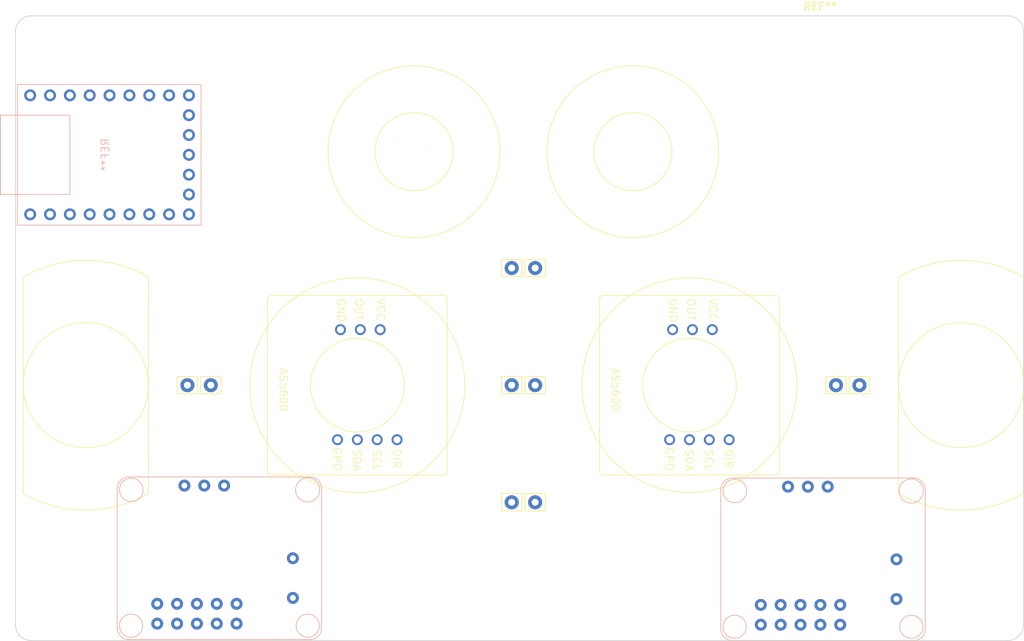
<source format=kicad_pcb>
(kicad_pcb (version 20221018) (generator pcbnew)
  (layers (0 "F.Cu" signal) (31 "B.Cu" signal) (34 "B.Paste" user) (35 "F.Paste" user) (36 "B.SilkS" user "B.Silkscreen") (37 "F.SilkS" user "F.Silkscreen") (38 "B.Mask" user) (39 "F.Mask" user) (44 "Edge.Cuts" user))
  (net 0 "")
  (footprint "MechanicalParts:flange-4mm-rod" (layer "F.Cu") (at 100.784 68.21)
    (fp_text reference "REF**" (at 0 -0.5 unlocked) (layer "F.SilkS") (effects (font (thickness 0.1))))
    (fp_text value "flange-4mm-rod")
    (fp_circle (center 0 0) (end 2 0) (stroke (width 0.1)) (fill none) (layer "F.SilkS"))
    (fp_circle (center 0 0) (end 5 0) (stroke (width 0.1)) (fill none) (layer "F.SilkS"))
    (fp_circle (center 0 0) (end 11 0) (stroke (width 0.1)) (fill none) (layer "F.SilkS"))
    (pad "" np_thru_hole circle (at -8 0) (size 3.1 3.1) (drill 3.1) (layers "F&B.Cu" "*.Mask"))
    (pad "" np_thru_hole circle (at 0 -8) (size 3.1 3.1) (drill 3.1) (layers "F&B.Cu" "*.Mask"))
    (pad "" np_thru_hole circle (at 0 0) (size 4.2 4.2) (drill 4.2) (layers "F&B.Cu" "*.Mask"))
    (pad "" np_thru_hole circle (at 0 8) (size 3.1 3.1) (drill 3.1) (layers "F&B.Cu" "*.Mask"))
    (pad "" np_thru_hole circle (at 8 0) (size 3.1 3.1) (drill 3.1) (layers "F&B.Cu" "*.Mask"))
  )
  (footprint "MountingHole:MountingHole_3.2mm_M3" (layer "F.Cu") (at 120.784 122.81)
    (fp_text reference "REF**" hide)
    (fp_text value "MountingHole_3.2mm_M3" hide)
    (pad "" np_thru_hole circle (at 0 0) (size 3.2 3.2) (drill 3.2) (layers "*.Cu" "*.Mask"))
  )
  (footprint "Connector_Pin:Pin_D0.9mm_L10.0mm_W2.4mm_FlatFork" (layer "F.Cu") (at 113.284 83.11)
    (fp_text reference "REF**" hide)
    (fp_text value "Pin_D0.9mm_L10.0mm_W2.4mm_FlatFork" hide)
    (fp_line (start -1.3 -1.1) (end -1.3 0.6) (stroke (width 0.12)) (layer "F.SilkS"))
    (fp_line (start -1.3 0.6) (end -1.3 1.1) (stroke (width 0.12)) (layer "F.SilkS"))
    (fp_line (start -1.3 1.1) (end 1.3 1.1) (stroke (width 0.12)) (layer "F.SilkS"))
    (fp_line (start 1.3 -1.1) (end -1.3 -1.1) (stroke (width 0.12)) (layer "F.SilkS"))
    (fp_line (start 1.3 1.1) (end 1.3 -1.1) (stroke (width 0.12)) (layer "F.SilkS"))
    (pad "1" thru_hole circle (at 0 0) (size 1.8 1.8) (drill 0.9) (layers "*.Cu" "*.Mask"))
  )
  (footprint "Connector_Pin:Pin_D0.9mm_L10.0mm_W2.4mm_FlatFork" (layer "F.Cu") (at 116.284 113.11)
    (fp_text reference "REF**" hide)
    (fp_text value "Pin_D0.9mm_L10.0mm_W2.4mm_FlatFork" hide)
    (fp_line (start -1.3 -1.1) (end -1.3 0.6) (stroke (width 0.12)) (layer "F.SilkS"))
    (fp_line (start -1.3 0.6) (end -1.3 1.1) (stroke (width 0.12)) (layer "F.SilkS"))
    (fp_line (start -1.3 1.1) (end 1.3 1.1) (stroke (width 0.12)) (layer "F.SilkS"))
    (fp_line (start 1.3 -1.1) (end -1.3 -1.1) (stroke (width 0.12)) (layer "F.SilkS"))
    (fp_line (start 1.3 1.1) (end 1.3 -1.1) (stroke (width 0.12)) (layer "F.SilkS"))
    (pad "1" thru_hole circle (at 0 0) (size 1.8 1.8) (drill 0.9) (layers "*.Cu" "*.Mask"))
  )
  (footprint "MechanicalParts:MY-2813C" (layer "F.Cu") (at 136.034 98.11)
    (fp_text reference "REF**" (at 0 -0.5 unlocked) (layer "F.SilkS") (effects (font (thickness 0.1))))
    (fp_text value "MY-2813C")
    (fp_circle (center 0 0) (end 6 0) (stroke (width 0.1)) (fill none) (layer "F.SilkS"))
    (fp_circle (center 0 0) (end 13.75 0) (stroke (width 0.1)) (fill none) (layer "F.SilkS"))
    (pad "" np_thru_hole circle (at -8 0) (size 2.1 2.1) (drill 2.1) (layers "F&B.Cu" "*.Mask"))
    (pad "" np_thru_hole circle (at 0 0) (size 11 11) (drill 11) (layers "F&B.Cu" "*.Mask"))
    (pad "" np_thru_hole circle (at 8 0) (size 2.1 2.1) (drill 2.1) (layers "F&B.Cu" "*.Mask"))
  )
  (footprint "Connector_Pin:Pin_D0.9mm_L10.0mm_W2.4mm_FlatFork" (layer "F.Cu") (at 154.784 98.11)
    (fp_text reference "REF**" hide)
    (fp_text value "Pin_D0.9mm_L10.0mm_W2.4mm_FlatFork" hide)
    (fp_line (start -1.3 -1.1) (end -1.3 0.6) (stroke (width 0.12)) (layer "F.SilkS"))
    (fp_line (start -1.3 0.6) (end -1.3 1.1) (stroke (width 0.12)) (layer "F.SilkS"))
    (fp_line (start -1.3 1.1) (end 1.3 1.1) (stroke (width 0.12)) (layer "F.SilkS"))
    (fp_line (start 1.3 -1.1) (end -1.3 -1.1) (stroke (width 0.12)) (layer "F.SilkS"))
    (fp_line (start 1.3 1.1) (end 1.3 -1.1) (stroke (width 0.12)) (layer "F.SilkS"))
    (pad "1" thru_hole circle (at 0 0) (size 1.8 1.8) (drill 0.9) (layers "*.Cu" "*.Mask"))
  )
  (footprint "MechanicalParts:flange-half-8mm" (layer "F.Cu") (at 170.784 98.11)
    (fp_text reference "REF**" (at 0 -0.5 unlocked) (layer "F.SilkS") (effects (font (thickness 0.1))))
    (fp_text value "flange-half-8mm")
    (fp_line (start -8 0) (end -8.007002 13.857299) (stroke (width 0.1)) (layer "F.SilkS"))
    (fp_line (start -8 0) (end -7.997827 -13.839911) (stroke (width 0.1)) (layer "F.SilkS"))
    (fp_line (start 8 0) (end 8.010503 -13.831944) (stroke (width 0.1)) (layer "F.SilkS"))
    (fp_line (start 8 0) (end 8.014004 13.849932) (stroke (width 0.1)) (layer "F.SilkS"))
    (fp_arc (start -7.997827 -13.839911) (mid 0.007481 -15.984628) (end 8.010778 -13.832419) (stroke (width 0.1)) (layer "F.SilkS"))
    (fp_arc (start 8.015442 13.852418) (mid 0.004875 16.004274) (end -8.007002 13.857298) (stroke (width 0.1)) (layer "F.SilkS"))
    (fp_circle (center 0 0) (end 8 0) (stroke (width 0.1)) (fill none) (layer "F.SilkS"))
    (pad "" np_thru_hole circle (at 0 -12) (size 3.1 3.1) (drill 3.1) (layers "F&B.Cu" "*.Mask"))
    (pad "" np_thru_hole circle (at 0 0) (size 8.2 8.2) (drill 8.2) (layers "F&B.Cu" "*.Mask"))
    (pad "" np_thru_hole circle (at 0 12) (size 3.1 3.1) (drill 3.1) (layers "F&B.Cu" "*.Mask"))
  )
  (footprint "Connector_Pin:Pin_D0.9mm_L10.0mm_W2.4mm_FlatFork" (layer "F.Cu") (at 71.784 98.11)
    (fp_text reference "REF**" hide)
    (fp_text value "Pin_D0.9mm_L10.0mm_W2.4mm_FlatFork" hide)
    (fp_line (start -1.3 -1.1) (end -1.3 0.6) (stroke (width 0.12)) (layer "F.SilkS"))
    (fp_line (start -1.3 0.6) (end -1.3 1.1) (stroke (width 0.12)) (layer "F.SilkS"))
    (fp_line (start -1.3 1.1) (end 1.3 1.1) (stroke (width 0.12)) (layer "F.SilkS"))
    (fp_line (start 1.3 -1.1) (end -1.3 -1.1) (stroke (width 0.12)) (layer "F.SilkS"))
    (fp_line (start 1.3 1.1) (end 1.3 -1.1) (stroke (width 0.12)) (layer "F.SilkS"))
    (pad "1" thru_hole circle (at 0 0) (size 1.8 1.8) (drill 0.9) (layers "*.Cu" "*.Mask"))
  )
  (footprint "Connector_Pin:Pin_D0.9mm_L10.0mm_W2.4mm_FlatFork" (layer "F.Cu") (at 116.284 83.11)
    (fp_text reference "REF**" hide)
    (fp_text value "Pin_D0.9mm_L10.0mm_W2.4mm_FlatFork" hide)
    (fp_line (start -1.3 -1.1) (end -1.3 0.6) (stroke (width 0.12)) (layer "F.SilkS"))
    (fp_line (start -1.3 0.6) (end -1.3 1.1) (stroke (width 0.12)) (layer "F.SilkS"))
    (fp_line (start -1.3 1.1) (end 1.3 1.1) (stroke (width 0.12)) (layer "F.SilkS"))
    (fp_line (start 1.3 -1.1) (end -1.3 -1.1) (stroke (width 0.12)) (layer "F.SilkS"))
    (fp_line (start 1.3 1.1) (end 1.3 -1.1) (stroke (width 0.12)) (layer "F.SilkS"))
    (pad "1" thru_hole circle (at 0 0) (size 1.8 1.8) (drill 0.9) (layers "*.Cu" "*.Mask"))
  )
  (footprint "MechanicalParts:flange-half-8mm" (layer "F.Cu") (at 58.784 98.11)
    (fp_text reference "REF**" (at 0 -0.5 unlocked) (layer "F.SilkS") (effects (font (thickness 0.1))))
    (fp_text value "flange-half-8mm")
    (fp_line (start -8 0) (end -8.007002 13.857299) (stroke (width 0.1)) (layer "F.SilkS"))
    (fp_line (start -8 0) (end -7.997827 -13.839911) (stroke (width 0.1)) (layer "F.SilkS"))
    (fp_line (start 8 0) (end 8.010503 -13.831944) (stroke (width 0.1)) (layer "F.SilkS"))
    (fp_line (start 8 0) (end 8.014004 13.849932) (stroke (width 0.1)) (layer "F.SilkS"))
    (fp_arc (start -7.997827 -13.839911) (mid 0.007481 -15.984628) (end 8.010778 -13.832419) (stroke (width 0.1)) (layer "F.SilkS"))
    (fp_arc (start 8.015442 13.852418) (mid 0.004875 16.004274) (end -8.007002 13.857298) (stroke (width 0.1)) (layer "F.SilkS"))
    (fp_circle (center 0 0) (end 8 0) (stroke (width 0.1)) (fill none) (layer "F.SilkS"))
    (pad "" np_thru_hole circle (at 0 -12) (size 3.1 3.1) (drill 3.1) (layers "F&B.Cu" "*.Mask"))
    (pad "" np_thru_hole circle (at 0 0) (size 8.2 8.2) (drill 8.2) (layers "F&B.Cu" "*.Mask"))
    (pad "" np_thru_hole circle (at 0 12) (size 3.1 3.1) (drill 3.1) (layers "F&B.Cu" "*.Mask"))
  )
  (footprint "Connector_Pin:Pin_D0.9mm_L10.0mm_W2.4mm_FlatFork" (layer "F.Cu") (at 113.284 98.11)
    (fp_text reference "REF**" hide)
    (fp_text value "Pin_D0.9mm_L10.0mm_W2.4mm_FlatFork" hide)
    (fp_line (start -1.3 -1.1) (end -1.3 0.6) (stroke (width 0.12)) (layer "F.SilkS"))
    (fp_line (start -1.3 0.6) (end -1.3 1.1) (stroke (width 0.12)) (layer "F.SilkS"))
    (fp_line (start -1.3 1.1) (end 1.3 1.1) (stroke (width 0.12)) (layer "F.SilkS"))
    (fp_line (start 1.3 -1.1) (end -1.3 -1.1) (stroke (width 0.12)) (layer "F.SilkS"))
    (fp_line (start 1.3 1.1) (end 1.3 -1.1) (stroke (width 0.12)) (layer "F.SilkS"))
    (pad "1" thru_hole circle (at 0 0) (size 1.8 1.8) (drill 0.9) (layers "*.Cu" "*.Mask"))
  )
  (footprint "MechanicalParts:AS5600-breakout-23x23" (layer "F.Cu") (at 136.034 98.11 -90)
    (fp_text reference "REF**" (at 0 -0.5 -90 unlocked) (layer "F.SilkS") (effects (font (thickness 0.1))))
    (fp_text value "AS5600-breakout-23x23")
    (fp_text user "SDA" (at 8.128 0.635 -90 unlocked) (layer "F.SilkS") (effects (font (thickness 0.1)) (justify left bottom)))
    (fp_text user "VCC" (at -11.176 -2.413 -90 unlocked) (layer "F.SilkS") (effects (font (thickness 0.1)) (justify left bottom)))
    (fp_text user "AS5600" (at -2.286 10.033 -90 unlocked) (layer "F.SilkS") (effects (font (thickness 0.1)) (justify left bottom)))
    (fp_text user "GPO" (at 7.874 3.175 -90 unlocked) (layer "F.SilkS") (effects (font (thickness 0.1)) (justify left bottom)))
    (fp_text user "GND" (at -11.176 2.667 -90 unlocked) (layer "F.SilkS") (effects (font (thickness 0.1)) (justify left bottom)))
    (fp_text user "DIR" (at 8.128 -4.445 -90 unlocked) (layer "F.SilkS") (effects (font (thickness 0.1)) (justify left bottom)))
    (fp_text user "SCL" (at 8.128 -1.905 -90 unlocked) (layer "F.SilkS") (effects (font (thickness 0.1)) (justify left bottom)))
    (fp_text user "OUT" (at -11.176 0.381 -90 unlocked) (layer "F.SilkS") (effects (font (thickness 0.1)) (justify left bottom)))
    (fp_line (start -11.5 11) (end -11.5 -11) (stroke (width 0.1)) (layer "F.SilkS"))
    (fp_line (start -11 -11.5) (end 11 -11.5) (stroke (width 0.1)) (layer "F.SilkS"))
    (fp_line (start 11 11.5) (end -11 11.5) (stroke (width 0.1)) (layer "F.SilkS"))
    (fp_line (start 11.5 -11) (end 11.5 11) (stroke (width 0.1)) (layer "F.SilkS"))
    (fp_arc (start -11.5 -11) (mid -11.353553 -11.353553) (end -11 -11.5) (stroke (width 0.1)) (layer "F.SilkS"))
    (fp_arc (start -11 11.5) (mid -11.353553 11.353553) (end -11.5 11) (stroke (width 0.1)) (layer "F.SilkS"))
    (fp_arc (start 11 -11.5) (mid 11.353553 -11.353553) (end 11.5 -11) (stroke (width 0.1)) (layer "F.SilkS"))
    (fp_arc (start 11.5 11) (mid 11.353553 11.353553) (end 11 11.5) (stroke (width 0.1)) (layer "F.SilkS"))
    (pad "" np_thru_hole circle (at -8.5 -8.5 270) (size 3.1 3.1) (drill 3.1) (layers "F&B.Cu" "*.Mask"))
    (pad "" np_thru_hole circle (at -8.5 8.5 270) (size 3.1 3.1) (drill 3.1) (layers "F&B.Cu" "*.Mask"))
    (pad "" np_thru_hole circle (at 8.5 -8.5 270) (size 3.1 3.1) (drill 3.1) (layers "F&B.Cu" "*.Mask"))
    (pad "" np_thru_hole circle (at 8.5 8.5 270) (size 3.1 3.1) (drill 3.1) (layers "F&B.Cu" "*.Mask"))
    (pad "DIR" thru_hole circle (at 6.985 -5.08 270) (size 1.4 1.4) (drill 0.9) (layers "*.Cu" "*.Mask"))
    (pad "GND" thru_hole circle (at -7.112 2.159 270) (size 1.4 1.4) (drill 0.9) (layers "*.Cu" "*.Mask"))
    (pad "GPO" thru_hole circle (at 6.985 2.54 270) (size 1.4 1.4) (drill 0.9) (layers "*.Cu" "*.Mask"))
    (pad "OUT" thru_hole circle (at -7.112 -0.381 270) (size 1.4 1.4) (drill 0.9) (layers "*.Cu" "*.Mask"))
    (pad "SCL" thru_hole circle (at 6.985 -2.54 270) (size 1.4 1.4) (drill 0.9) (layers "*.Cu" "*.Mask"))
    (pad "SDA" thru_hole circle (at 6.985 0 270) (size 1.4 1.4) (drill 0.9) (layers "*.Cu" "*.Mask"))
    (pad "VCC" thru_hole circle (at -7.112 -2.921 270) (size 1.4 1.4) (drill 0.9) (layers "*.Cu" "*.Mask"))
  )
  (footprint "Connector_Pin:Pin_D0.9mm_L10.0mm_W2.4mm_FlatFork" (layer "F.Cu") (at 113.284 113.11)
    (fp_text reference "REF**" hide)
    (fp_text value "Pin_D0.9mm_L10.0mm_W2.4mm_FlatFork" hide)
    (fp_line (start -1.3 -1.1) (end -1.3 0.6) (stroke (width 0.12)) (layer "F.SilkS"))
    (fp_line (start -1.3 0.6) (end -1.3 1.1) (stroke (width 0.12)) (layer "F.SilkS"))
    (fp_line (start -1.3 1.1) (end 1.3 1.1) (stroke (width 0.12)) (layer "F.SilkS"))
    (fp_line (start 1.3 -1.1) (end -1.3 -1.1) (stroke (width 0.12)) (layer "F.SilkS"))
    (fp_line (start 1.3 1.1) (end 1.3 -1.1) (stroke (width 0.12)) (layer "F.SilkS"))
    (pad "1" thru_hole circle (at 0 0) (size 1.8 1.8) (drill 0.9) (layers "*.Cu" "*.Mask"))
  )
  (footprint "MountingHole:MountingHole_2.2mm_M2" (layer "F.Cu") (at 152.734 52.83)
    (fp_text reference "REF**" (at 0 -3.2) (layer "F.SilkS"))
    (fp_text value "MountingHole_2.2mm_M2" hide)
    (pad "" np_thru_hole circle (at 0 0) (size 2.2 2.2) (drill 2.2) (layers "*.Cu" "*.Mask"))
  )
  (footprint "Connector_Pin:Pin_D0.9mm_L10.0mm_W2.4mm_FlatFork" (layer "F.Cu") (at 157.784 98.11)
    (fp_text reference "REF**" hide)
    (fp_text value "Pin_D0.9mm_L10.0mm_W2.4mm_FlatFork" hide)
    (fp_line (start -1.3 -1.1) (end -1.3 0.6) (stroke (width 0.12)) (layer "F.SilkS"))
    (fp_line (start -1.3 0.6) (end -1.3 1.1) (stroke (width 0.12)) (layer "F.SilkS"))
    (fp_line (start -1.3 1.1) (end 1.3 1.1) (stroke (width 0.12)) (layer "F.SilkS"))
    (fp_line (start 1.3 -1.1) (end -1.3 -1.1) (stroke (width 0.12)) (layer "F.SilkS"))
    (fp_line (start 1.3 1.1) (end 1.3 -1.1) (stroke (width 0.12)) (layer "F.SilkS"))
    (pad "1" thru_hole circle (at 0 0) (size 1.8 1.8) (drill 0.9) (layers "*.Cu" "*.Mask"))
  )
  (footprint "MechanicalParts:flange-4mm-rod" (layer "F.Cu") (at 128.784 68.21)
    (fp_text reference "REF**" (at 0 -0.5 unlocked) (layer "F.SilkS") (effects (font (thickness 0.1))))
    (fp_text value "flange-4mm-rod")
    (fp_circle (center 0 0) (end 2 0) (stroke (width 0.1)) (fill none) (layer "F.SilkS"))
    (fp_circle (center 0 0) (end 5 0) (stroke (width 0.1)) (fill none) (layer "F.SilkS"))
    (fp_circle (center 0 0) (end 11 0) (stroke (width 0.1)) (fill none) (layer "F.SilkS"))
    (pad "" np_thru_hole circle (at -8 0) (size 3.1 3.1) (drill 3.1) (layers "F&B.Cu" "*.Mask"))
    (pad "" np_thru_hole circle (at 0 -8) (size 3.1 3.1) (drill 3.1) (layers "F&B.Cu" "*.Mask"))
    (pad "" np_thru_hole circle (at 0 0) (size 4.2 4.2) (drill 4.2) (layers "F&B.Cu" "*.Mask"))
    (pad "" np_thru_hole circle (at 0 8) (size 3.1 3.1) (drill 3.1) (layers "F&B.Cu" "*.Mask"))
    (pad "" np_thru_hole circle (at 8 0) (size 3.1 3.1) (drill 3.1) (layers "F&B.Cu" "*.Mask"))
  )
  (footprint "Connector_Pin:Pin_D0.9mm_L10.0mm_W2.4mm_FlatFork" (layer "F.Cu") (at 74.784 98.11)
    (fp_text reference "REF**" hide)
    (fp_text value "Pin_D0.9mm_L10.0mm_W2.4mm_FlatFork" hide)
    (fp_line (start -1.3 -1.1) (end -1.3 0.6) (stroke (width 0.12)) (layer "F.SilkS"))
    (fp_line (start -1.3 0.6) (end -1.3 1.1) (stroke (width 0.12)) (layer "F.SilkS"))
    (fp_line (start -1.3 1.1) (end 1.3 1.1) (stroke (width 0.12)) (layer "F.SilkS"))
    (fp_line (start 1.3 -1.1) (end -1.3 -1.1) (stroke (width 0.12)) (layer "F.SilkS"))
    (fp_line (start 1.3 1.1) (end 1.3 -1.1) (stroke (width 0.12)) (layer "F.SilkS"))
    (pad "1" thru_hole circle (at 0 0) (size 1.8 1.8) (drill 0.9) (layers "*.Cu" "*.Mask"))
  )
  (footprint "MechanicalParts:AS5600-breakout-23x23" (layer "F.Cu") (at 93.534 98.11 -90)
    (fp_text reference "REF**" (at 0 -0.5 -90 unlocked) (layer "F.SilkS") (effects (font (thickness 0.1))))
    (fp_text value "AS5600-breakout-23x23")
    (fp_text user "GPO" (at 7.874 3.175 -90 unlocked) (layer "F.SilkS") (effects (font (thickness 0.1)) (justify left bottom)))
    (fp_text user "GND" (at -11.176 2.667 -90 unlocked) (layer "F.SilkS") (effects (font (thickness 0.1)) (justify left bottom)))
    (fp_text user "SCL" (at 8.128 -1.905 -90 unlocked) (layer "F.SilkS") (effects (font (thickness 0.1)) (justify left bottom)))
    (fp_text user "SDA" (at 8.128 0.635 -90 unlocked) (layer "F.SilkS") (effects (font (thickness 0.1)) (justify left bottom)))
    (fp_text user "DIR" (at 8.128 -4.445 -90 unlocked) (layer "F.SilkS") (effects (font (thickness 0.1)) (justify left bottom)))
    (fp_text user "OUT" (at -11.176 0.381 -90 unlocked) (layer "F.SilkS") (effects (font (thickness 0.1)) (justify left bottom)))
    (fp_text user "AS5600" (at -2.286 10.033 -90 unlocked) (layer "F.SilkS") (effects (font (thickness 0.1)) (justify left bottom)))
    (fp_text user "VCC" (at -11.176 -2.413 -90 unlocked) (layer "F.SilkS") (effects (font (thickness 0.1)) (justify left bottom)))
    (fp_line (start -11.5 11) (end -11.5 -11) (stroke (width 0.1)) (layer "F.SilkS"))
    (fp_line (start -11 -11.5) (end 11 -11.5) (stroke (width 0.1)) (layer "F.SilkS"))
    (fp_line (start 11 11.5) (end -11 11.5) (stroke (width 0.1)) (layer "F.SilkS"))
    (fp_line (start 11.5 -11) (end 11.5 11) (stroke (width 0.1)) (layer "F.SilkS"))
    (fp_arc (start -11.5 -11) (mid -11.353553 -11.353553) (end -11 -11.5) (stroke (width 0.1)) (layer "F.SilkS"))
    (fp_arc (start -11 11.5) (mid -11.353553 11.353553) (end -11.5 11) (stroke (width 0.1)) (layer "F.SilkS"))
    (fp_arc (start 11 -11.5) (mid 11.353553 -11.353553) (end 11.5 -11) (stroke (width 0.1)) (layer "F.SilkS"))
    (fp_arc (start 11.5 11) (mid 11.353553 11.353553) (end 11 11.5) (stroke (width 0.1)) (layer "F.SilkS"))
    (pad "" np_thru_hole circle (at -8.5 -8.5 270) (size 3.1 3.1) (drill 3.1) (layers "F&B.Cu" "*.Mask"))
    (pad "" np_thru_hole circle (at -8.5 8.5 270) (size 3.1 3.1) (drill 3.1) (layers "F&B.Cu" "*.Mask"))
    (pad "" np_thru_hole circle (at 8.5 -8.5 270) (size 3.1 3.1) (drill 3.1) (layers "F&B.Cu" "*.Mask"))
    (pad "" np_thru_hole circle (at 8.5 8.5 270) (size 3.1 3.1) (drill 3.1) (layers "F&B.Cu" "*.Mask"))
    (pad "DIR" thru_hole circle (at 6.985 -5.08 270) (size 1.4 1.4) (drill 0.9) (layers "*.Cu" "*.Mask"))
    (pad "GND" thru_hole circle (at -7.112 2.159 270) (size 1.4 1.4) (drill 0.9) (layers "*.Cu" "*.Mask"))
    (pad "GPO" thru_hole circle (at 6.985 2.54 270) (size 1.4 1.4) (drill 0.9) (layers "*.Cu" "*.Mask"))
    (pad "OUT" thru_hole circle (at -7.112 -0.381 270) (size 1.4 1.4) (drill 0.9) (layers "*.Cu" "*.Mask"))
    (pad "SCL" thru_hole circle (at 6.985 -2.54 270) (size 1.4 1.4) (drill 0.9) (layers "*.Cu" "*.Mask"))
    (pad "SDA" thru_hole circle (at 6.985 0 270) (size 1.4 1.4) (drill 0.9) (layers "*.Cu" "*.Mask"))
    (pad "VCC" thru_hole circle (at -7.112 -2.921 270) (size 1.4 1.4) (drill 0.9) (layers "*.Cu" "*.Mask"))
  )
  (footprint "MountingHole:MountingHole_3.2mm_M3" (layer "F.Cu") (at 108.784 122.81)
    (fp_text reference "REF**" hide)
    (fp_text value "MountingHole_3.2mm_M3" hide)
    (pad "" np_thru_hole circle (at 0 0) (size 3.2 3.2) (drill 3.2) (layers "*.Cu" "*.Mask"))
  )
  (footprint "MechanicalParts:MY-2813C" (layer "F.Cu") (at 93.534 98.11)
    (fp_text reference "REF**" (at 0 -0.5 unlocked) (layer "F.SilkS") (effects (font (thickness 0.1))))
    (fp_text value "MY-2813C")
    (fp_circle (center 0 0) (end 6 0) (stroke (width 0.1)) (fill none) (layer "F.SilkS"))
    (fp_circle (center 0 0) (end 13.75 0) (stroke (width 0.1)) (fill none) (layer "F.SilkS"))
    (pad "" np_thru_hole circle (at -8 0) (size 2.1 2.1) (drill 2.1) (layers "F&B.Cu" "*.Mask"))
    (pad "" np_thru_hole circle (at 0 0) (size 11 11) (drill 11) (layers "F&B.Cu" "*.Mask"))
    (pad "" np_thru_hole circle (at 8 0) (size 2.1 2.1) (drill 2.1) (layers "F&B.Cu" "*.Mask"))
  )
  (footprint "Connector_Pin:Pin_D0.9mm_L10.0mm_W2.4mm_FlatFork" (layer "F.Cu") (at 116.284 98.11)
    (fp_text reference "REF**" hide)
    (fp_text value "Pin_D0.9mm_L10.0mm_W2.4mm_FlatFork" hide)
    (fp_line (start -1.3 -1.1) (end -1.3 0.6) (stroke (width 0.12)) (layer "F.SilkS"))
    (fp_line (start -1.3 0.6) (end -1.3 1.1) (stroke (width 0.12)) (layer "F.SilkS"))
    (fp_line (start -1.3 1.1) (end 1.3 1.1) (stroke (width 0.12)) (layer "F.SilkS"))
    (fp_line (start 1.3 -1.1) (end -1.3 -1.1) (stroke (width 0.12)) (layer "F.SilkS"))
    (fp_line (start 1.3 1.1) (end 1.3 -1.1) (stroke (width 0.12)) (layer "F.SilkS"))
    (pad "1" thru_hole circle (at 0 0) (size 1.8 1.8) (drill 0.9) (layers "*.Cu" "*.Mask"))
  )
  (footprint "MountingHole:MountingHole_2.2mm_M2" (layer "F.Cu") (at 152.734 82.17)
    (fp_text reference "REF**" hide)
    (fp_text value "MountingHole_2.2mm_M2" hide)
    (pad "" np_thru_hole circle (at 0 0) (size 2.2 2.2) (drill 2.2) (layers "*.Cu" "*.Mask"))
  )
  (footprint "SimpleFOC:SimpleFOCMini" (layer "B.Cu") (at 158.724001 118.510019)
    (fp_text reference "REF**" hide)
    (fp_text value "SimpleFOCMini" hide)
    (fp_line (start -18.684001 -7.010019) (end -18.684001 10.817981) (stroke (width 0.1)) (layer "B.SilkS"))
    (fp_line (start -17.184001 12.317981) (end 5.977999 12.317981) (stroke (width 0.1)) (layer "B.SilkS"))
    (fp_line (start 5.977999 -8.510019) (end -17.184001 -8.510019) (stroke (width 0.1)) (layer "B.SilkS"))
    (fp_line (start 7.477999 10.817981) (end 7.477999 -7.010019) (stroke (width 0.1)) (layer "B.SilkS"))
    (fp_arc (start -18.684001 -7.010019) (mid -18.244661 -8.070679) (end -17.184001 -8.510019) (stroke (width 0.1)) (layer "B.SilkS"))
    (fp_arc (start -17.184001 12.317981) (mid -18.244661 11.878641) (end -18.684001 10.817981) (stroke (width 0.1)) (layer "B.SilkS"))
    (fp_arc (start 5.977999 -8.510019) (mid 7.038659 -8.070679) (end 7.477999 -7.010019) (stroke (width 0.1)) (layer "B.SilkS"))
    (fp_arc (start 7.477999 10.817981) (mid 7.038666 11.878653) (end 5.977999 12.317981) (stroke (width 0.1)) (layer "B.SilkS"))
    (fp_circle (center -16.906001 10.539981) (end -15.636001 9.777981) (stroke (width 0.1)) (fill none) (layer "B.SilkS"))
    (fp_circle (center -16.884904 -6.848515) (end -15.680906 -7.748019) (stroke (width 0.1)) (fill none) (layer "B.SilkS"))
    (fp_circle (center 5.687454 -6.84691) (end 7.211454 -7.10091) (stroke (width 0.1)) (fill none) (layer "B.SilkS"))
    (fp_circle (center 5.699999 10.539981) (end 6.969999 9.777981) (stroke (width 0.1)) (fill none) (layer "B.SilkS"))
    (pad "+HV" thru_hole circle (at 3.799999 1.904468) (size 1.524 1.524) (drill 0.762) (layers "*.Cu" "*.Mask"))
    (pad "-HV" thru_hole circle (at 3.799999 6.984468) (size 1.524 1.524) (drill 0.762) (layers "*.Cu" "*.Mask"))
    (pad "3V3" thru_hole circle (at -3.400001 7.739981) (size 1.524 1.524) (drill 0.762) (layers "*.Cu" "*.Mask"))
    (pad "EN" thru_hole circle (at -13.560001 10.279981) (size 1.524 1.524) (drill 0.762) (layers "*.Cu" "*.Mask"))
    (pad "GND" thru_hole circle (at -5.940001 7.739981) (size 1.524 1.524) (drill 0.762) (layers "*.Cu" "*.Mask"))
    (pad "GND" thru_hole circle (at -3.400001 10.279981) (size 1.524 1.524) (drill 0.762) (layers "*.Cu" "*.Mask"))
    (pad "IN1" thru_hole circle (at -5.940001 10.279981) (size 1.524 1.524) (drill 0.762) (layers "*.Cu" "*.Mask"))
    (pad "IN2" thru_hole circle (at -8.480001 10.279981) (size 1.524 1.524) (drill 0.762) (layers "*.Cu" "*.Mask"))
    (pad "IN3" thru_hole circle (at -11.020001 10.279981) (size 1.524 1.524) (drill 0.762) (layers "*.Cu" "*.Mask"))
    (pad "M1" thru_hole circle (at -10.080001 -7.400019) (size 1.524 1.524) (drill 0.762) (layers "*.Cu" "*.Mask"))
    (pad "M2" thru_hole circle (at -7.540001 -7.400019) (size 1.524 1.524) (drill 0.762) (layers "*.Cu" "*.Mask"))
    (pad "M3" thru_hole circle (at -5.000001 -7.400019) (size 1.524 1.524) (drill 0.762) (layers "*.Cu" "*.Mask"))
    (pad "nFT" thru_hole circle (at -13.560001 7.739981) (size 1.524 1.524) (drill 0.762) (layers "*.Cu" "*.Mask"))
    (pad "nRT" thru_hole circle (at -8.480001 7.739981) (size 1.524 1.524) (drill 0.762) (layers "*.Cu" "*.Mask"))
    (pad "nSP" thru_hole circle (at -11.020001 7.739981) (size 1.524 1.524) (drill 0.762) (layers "*.Cu" "*.Mask"))
  )
  (footprint "RP2040-Zero:rp2040-zero" (layer "B.Cu") (at 61.784 68.61 -90)
    (fp_text reference "REF**" (at 0 0.5 90 unlocked) (layer "B.SilkS") (effects (font (thickness 0.1)) (justify mirror)))
    (fp_text value "rp2040-zero")
    (fp_rect (start -9 -11.75) (end 9 11.75) (stroke (width 0.1)) (fill none) (layer "B.SilkS"))
    (fp_rect (start -5.08 13.93) (end 5.08 5.04) (stroke (width 0.1)) (fill none) (layer "B.SilkS"))
    (fp_rect (start -5.08 13.93) (end 5.08 13.93) (stroke (width 0.1)) (fill none) (layer "B.SilkS"))
    (fp_rect (start 5.08 13.93) (end 5.08 11.39) (stroke (width 0.1)) (fill none) (layer "B.SilkS"))
    (pad "0" thru_hole circle (at 7.62 10.12 270) (size 1.524 1.524) (drill 0.9) (layers "*.Cu" "*.Mask"))
    (pad "1" thru_hole circle (at 7.62 7.58 270) (size 1.524 1.524) (drill 0.9) (layers "*.Cu" "*.Mask"))
    (pad "2" thru_hole circle (at 7.62 5.04 270) (size 1.524 1.524) (drill 0.9) (layers "*.Cu" "*.Mask"))
    (pad "3" thru_hole circle (at 7.62 2.5 270) (size 1.524 1.524) (drill 0.9) (layers "*.Cu" "*.Mask"))
    (pad "3V3" thru_hole circle (at -7.62 5.04 270) (size 1.524 1.524) (drill 0.9) (layers "*.Cu" "*.Mask"))
    (pad "4" thru_hole circle (at 7.62 -0.04 270) (size 1.524 1.524) (drill 0.9) (layers "*.Cu" "*.Mask"))
    (pad "5" thru_hole circle (at 7.62 -2.58 270) (size 1.524 1.524) (drill 0.9) (layers "*.Cu" "*.Mask"))
    (pad "5V" thru_hole circle (at -7.62 10.12 270) (size 1.524 1.524) (drill 0.9) (layers "*.Cu" "*.Mask"))
    (pad "6" thru_hole circle (at 7.62 -5.12 270) (size 1.524 1.524) (drill 0.9) (layers "*.Cu" "*.Mask"))
    (pad "7" thru_hole circle (at 7.62 -7.66 270) (size 1.524 1.524) (drill 0.9) (layers "*.Cu" "*.Mask"))
    (pad "8" thru_hole circle (at 7.62 -10.2 270) (size 1.524 1.524) (drill 0.9) (layers "*.Cu" "*.Mask"))
    (pad "9" thru_hole circle (at 5.08 -10.2 270) (size 1.524 1.524) (drill 0.9) (layers "*.Cu" "*.Mask"))
    (pad "10" thru_hole circle (at 2.54 -10.2 270) (size 1.524 1.524) (drill 0.9) (layers "*.Cu" "*.Mask"))
    (pad "11" thru_hole circle (at 0 -10.2 270) (size 1.524 1.524) (drill 0.9) (layers "*.Cu" "*.Mask"))
    (pad "12" thru_hole circle (at -2.54 -10.2 270) (size 1.524 1.524) (drill 0.9) (layers "*.Cu" "*.Mask"))
    (pad "13" thru_hole circle (at -5.08 -10.2 270) (size 1.524 1.524) (drill 0.9) (layers "*.Cu" "*.Mask"))
    (pad "14" thru_hole circle (at -7.62 -10.2 270) (size 1.524 1.524) (drill 0.9) (layers "*.Cu" "*.Mask"))
    (pad "15" thru_hole circle (at -7.62 -7.66 270) (size 1.524 1.524) (drill 0.9) (layers "*.Cu" "*.Mask"))
    (pad "26" thru_hole circle (at -7.62 -5.12 270) (size 1.524 1.524) (drill 0.9) (layers "*.Cu" "*.Mask"))
    (pad "27" thru_hole circle (at -7.62 -2.58 270) (size 1.524 1.524) (drill 0.9) (layers "*.Cu" "*.Mask"))
    (pad "28" thru_hole circle (at -7.62 -0.04 270) (size 1.524 1.524) (drill 0.9) (layers "*.Cu" "*.Mask"))
    (pad "29" thru_hole circle (at -7.62 2.5 270) (size 1.524 1.524) (drill 0.9) (layers "*.Cu" "*.Mask"))
    (pad "GND" thru_hole circle (at -7.62 7.58 270) (size 1.524 1.524) (drill 0.9) (layers "*.Cu" "*.Mask"))
  )
  (footprint "SimpleFOC:SimpleFOCMini" (layer "B.Cu") (at 81.484001 118.370019)
    (fp_text reference "REF**" hide)
    (fp_text value "SimpleFOCMini" hide)
    (fp_line (start -18.684001 -7.010019) (end -18.684001 10.817981) (stroke (width 0.1)) (layer "B.SilkS"))
    (fp_line (start -17.184001 12.317981) (end 5.977999 12.317981) (stroke (width 0.1)) (layer "B.SilkS"))
    (fp_line (start 5.977999 -8.510019) (end -17.184001 -8.510019) (stroke (width 0.1)) (layer "B.SilkS"))
    (fp_line (start 7.477999 10.817981) (end 7.477999 -7.010019) (stroke (width 0.1)) (layer "B.SilkS"))
    (fp_arc (start -18.684001 -7.010019) (mid -18.244661 -8.070679) (end -17.184001 -8.510019) (stroke (width 0.1)) (layer "B.SilkS"))
    (fp_arc (start -17.184001 12.317981) (mid -18.244661 11.878641) (end -18.684001 10.817981) (stroke (width 0.1)) (layer "B.SilkS"))
    (fp_arc (start 5.977999 -8.510019) (mid 7.038659 -8.070679) (end 7.477999 -7.010019) (stroke (width 0.1)) (layer "B.SilkS"))
    (fp_arc (start 7.477999 10.817981) (mid 7.038666 11.878653) (end 5.977999 12.317981) (stroke (width 0.1)) (layer "B.SilkS"))
    (fp_circle (center -16.906001 10.539981) (end -15.636001 9.777981) (stroke (width 0.1)) (fill none) (layer "B.SilkS"))
    (fp_circle (center -16.884904 -6.848515) (end -15.680906 -7.748019) (stroke (width 0.1)) (fill none) (layer "B.SilkS"))
    (fp_circle (center 5.687454 -6.84691) (end 7.211454 -7.10091) (stroke (width 0.1)) (fill none) (layer "B.SilkS"))
    (fp_circle (center 5.699999 10.539981) (end 6.969999 9.777981) (stroke (width 0.1)) (fill none) (layer "B.SilkS"))
    (pad "+HV" thru_hole circle (at 3.799999 1.904468) (size 1.524 1.524) (drill 0.762) (layers "*.Cu" "*.Mask"))
    (pad "-HV" thru_hole circle (at 3.799999 6.984468) (size 1.524 1.524) (drill 0.762) (layers "*.Cu" "*.Mask"))
    (pad "3V3" thru_hole circle (at -3.400001 7.739981) (size 1.524 1.524) (drill 0.762) (layers "*.Cu" "*.Mask"))
    (pad "EN" thru_hole circle (at -13.560001 10.279981) (size 1.524 1.524) (drill 0.762) (layers "*.Cu" "*.Mask"))
    (pad "GND" thru_hole circle (at -5.940001 7.739981) (size 1.524 1.524) (drill 0.762) (layers "*.Cu" "*.Mask"))
    (pad "GND" thru_hole circle (at -3.400001 10.279981) (size 1.524 1.524) (drill 0.762) (layers "*.Cu" "*.Mask"))
    (pad "IN1" thru_hole circle (at -5.940001 10.279981) (size 1.524 1.524) (drill 0.762) (layers "*.Cu" "*.Mask"))
    (pad "IN2" thru_hole circle (at -8.480001 10.279981) (size 1.524 1.524) (drill 0.762) (layers "*.Cu" "*.Mask"))
    (pad "IN3" thru_hole circle (at -11.020001 10.279981) (size 1.524 1.524) (drill 0.762) (layers "*.Cu" "*.Mask"))
    (pad "M1" thru_hole circle (at -10.080001 -7.400019) (size 1.524 1.524) (drill 0.762) (layers "*.Cu" "*.Mask"))
    (pad "M2" thru_hole circle (at -7.540001 -7.400019) (size 1.524 1.524) (drill 0.762) (layers "*.Cu" "*.Mask"))
    (pad "M3" thru_hole circle (at -5.000001 -7.400019) (size 1.524 1.524) (drill 0.762) (layers "*.Cu" "*.Mask"))
    (pad "nFT" thru_hole circle (at -13.560001 7.739981) (size 1.524 1.524) (drill 0.762) (layers "*.Cu" "*.Mask"))
    (pad "nRT" thru_hole circle (at -8.480001 7.739981) (size 1.524 1.524) (drill 0.762) (layers "*.Cu" "*.Mask"))
    (pad "nSP" thru_hole circle (at -11.020001 7.739981) (size 1.524 1.524) (drill 0.762) (layers "*.Cu" "*.Mask"))
  )
  (gr_arc (start 49.784 52.81) (mid 50.369786 51.395786) (end 51.784 50.81) (stroke (width 0.1)) (layer "Edge.Cuts"))
  (gr_line (start 51.784 50.81) (end 176.784 50.81) (stroke (width 0.1)) (layer "Edge.Cuts"))
  (gr_arc (start 176.784 50.81) (mid 178.198214 51.395786) (end 178.784 52.81) (stroke (width 0.1)) (layer "Edge.Cuts"))
  (gr_arc (start 51.784 130.81) (mid 50.369786 130.224214) (end 49.784 128.81) (stroke (width 0.1)) (layer "Edge.Cuts"))
  (gr_line (start 49.784 128.81) (end 49.784 52.81) (stroke (width 0.1)) (layer "Edge.Cuts"))
  (gr_line (start 178.784 52.81) (end 178.784 128.81) (stroke (width 0.1)) (layer "Edge.Cuts"))
  (gr_line (start 176.784 130.81) (end 51.784 130.81) (stroke (width 0.1)) (layer "Edge.Cuts"))
  (gr_arc (start 178.784 128.81) (mid 178.198214 130.224214) (end 176.784 130.81) (stroke (width 0.1)) (layer "Edge.Cuts"))
)
</source>
